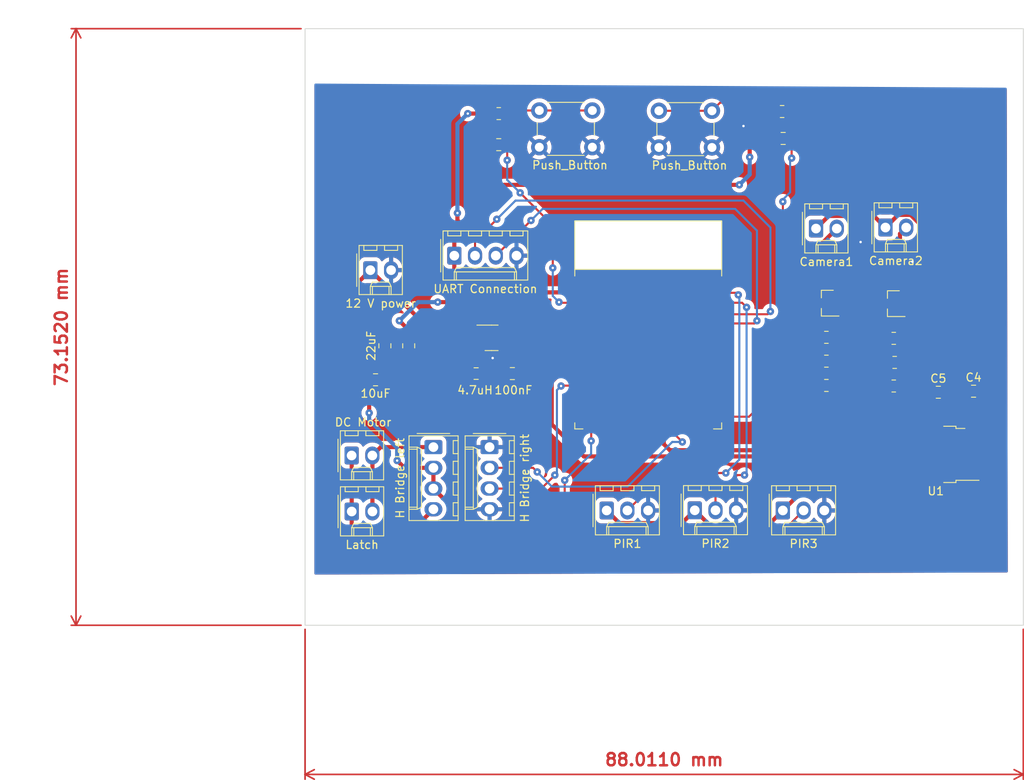
<source format=kicad_pcb>
(kicad_pcb (version 20221018) (generator pcbnew)
  (layers (0 "F.Cu" signal) (31 "B.Cu" signal) (34 "B.Paste" user) (35 "F.Paste" user) (36 "B.SilkS" user "B.Silkscreen") (37 "F.SilkS" user "F.Silkscreen") (38 "B.Mask" user) (39 "F.Mask" user) (44 "Edge.Cuts" user))
  (net 0 "")
  (net 1 "+3.3V")
  (net 2 "/12V Powercable")
  (net 3 "GND")
  (net 4 "Net-(U4-SW)")
  (net 5 "Net-(U4-BST)")
  (net 6 "/PIR Output1")
  (net 7 "/PIR Output2")
  (net 8 "/Camera1")
  (net 9 "/Camera2")
  (net 10 "/Motor Backward")
  (net 11 "/Motor Forward")
  (net 12 "Net-(J10-Pin_2)")
  (net 13 "Net-(J10-Pin_1)")
  (net 31 "/Enable")
  (net 40 "/PIR Output3")
  (net 41 "Net-(J11-Pin_3)")
  (net 42 "Net-(J11-Pin_2)")
  (net 43 "/IO0")
  (net 44 "+5V")
  (net 45 "Net-(J2-Pin_2)")
  (net 46 "Net-(Q1-G)")
  (net 47 "Net-(Q2-G)")
  (net 48 "Net-(R1-Pad1)")
  (net 49 "Net-(R4-Pad2)")
  (net 50 "Net-(J3-Pin_2)")
  (footprint "Capacitor_SMD:C_0805_2012Metric_Pad1.18x1.45mm_HandSolder" (layer "F.Cu") (at 146.558 86.868)
    (fp_text reference "C5" (at 0 -1.68) (layer "F.SilkS"))
    (fp_text value "10uF")
    (pad "1" smd roundrect (at -1.0375 0) (size 1.175 1.45) (layers "F.Cu" "F.Paste" "F.Mask") (roundrect_rratio 0.212766) (net 44 "+5V"))
    (pad "2" smd roundrect (at 1.0375 0) (size 1.175 1.45) (layers "F.Cu" "F.Paste" "F.Mask") (roundrect_rratio 0.212766) (net 3 "GND"))
  )
  (footprint "Connector_Molex:Molex_KK-254_AE-6410-04A_1x04_P2.54mm_Vertical" (layer "F.Cu") (at 87.249 70.124)
    (fp_text reference "J11" hide)
    (fp_text value "UART Connection" (at 3.81 4.08) (layer "F.SilkS"))
    (pad "1" thru_hole roundrect (at 0 0) (size 1.74 2.19) (drill 1.19) (layers "*.Cu" "*.Mask") (roundrect_rratio 0.1436781609) (net 1 "+3.3V"))
    (pad "2" thru_hole oval (at 2.54 0) (size 1.74 2.19) (drill 1.19) (layers "*.Cu" "*.Mask") (net 42 "Net-(J11-Pin_2)"))
    (pad "3" thru_hole oval (at 5.08 0) (size 1.74 2.19) (drill 1.19) (layers "*.Cu" "*.Mask") (net 41 "Net-(J11-Pin_3)"))
    (pad "4" thru_hole oval (at 7.62 0) (size 1.74 2.19) (drill 1.19) (layers "*.Cu" "*.Mask") (net 3 "GND"))
  )
  (footprint "Connector_Molex:Molex_KK-254_AE-6410-04A_1x04_P2.54mm_Vertical" (layer "F.Cu") (at 91.567 93.599 -90)
    (fp_text reference "J8" hide)
    (fp_text value "H Bridge right" (at 3.81 -4.318 90) (layer "F.SilkS"))
    (pad "1" thru_hole roundrect (at 0 0 270) (size 1.74 2.19) (drill 1.19) (layers "*.Cu" "*.Mask") (roundrect_rratio 0.1436781609) (net 3 "GND"))
    (pad "2" thru_hole oval (at 2.54 0 270) (size 1.74 2.19) (drill 1.19) (layers "*.Cu" "*.Mask") (net 10 "/Motor Backward"))
    (pad "3" thru_hole oval (at 5.08 0 270) (size 1.74 2.19) (drill 1.19) (layers "*.Cu" "*.Mask") (net 11 "/Motor Forward"))
    (pad "4" thru_hole oval (at 7.62 0 270) (size 1.74 2.19) (drill 1.19) (layers "*.Cu" "*.Mask") (net 3 "GND"))
  )
  (footprint "Connector_Molex:Molex_KK-254_AE-6410-04A_1x04_P2.54mm_Vertical" (layer "F.Cu") (at 84.689 93.599 -90)
    (fp_text reference "J7" hide)
    (fp_text value "H Bridge left" (at 3.81 4.08 90) (layer "F.SilkS"))
    (pad "1" thru_hole roundrect (at 0 0 270) (size 1.74 2.19) (drill 1.19) (layers "*.Cu" "*.Mask") (roundrect_rratio 0.1436781609) (net 12 "Net-(J10-Pin_2)"))
    (pad "2" thru_hole oval (at 2.54 0 270) (size 1.74 2.19) (drill 1.19) (layers "*.Cu" "*.Mask") (net 2 "/12V Powercable"))
    (pad "3" thru_hole oval (at 5.08 0 270) (size 1.74 2.19) (drill 1.19) (layers "*.Cu" "*.Mask") (net 2 "/12V Powercable"))
    (pad "4" thru_hole oval (at 7.62 0 270) (size 1.74 2.19) (drill 1.19) (layers "*.Cu" "*.Mask") (net 13 "Net-(J10-Pin_1)"))
  )
  (footprint "Resistor_SMD:R_0805_2012Metric_Pad1.20x1.40mm_HandSolder" (layer "F.Cu") (at 141.097 80.264)
    (fp_text reference "R6" hide)
    (fp_text value "Resistor")
    (pad "1" smd roundrect (at -1 0) (size 1.2 1.4) (layers "F.Cu" "F.Paste" "F.Mask") (roundrect_rratio 0.2083333333) (net 3 "GND"))
    (pad "2" smd roundrect (at 1 0) (size 1.2 1.4) (layers "F.Cu" "F.Paste" "F.Mask") (roundrect_rratio 0.2083333333) (net 47 "Net-(Q2-G)"))
  )
  (footprint "Capacitor_SMD:C_0805_2012Metric_Pad1.18x1.45mm_HandSolder" (layer "F.Cu") (at 77.597 85.344)
    (fp_text reference "C7" hide)
    (fp_text value "10uF" (at 0 1.68) (layer "F.SilkS"))
    (pad "1" smd roundrect (at -1.0375 0) (size 1.175 1.45) (layers "F.Cu" "F.Paste" "F.Mask") (roundrect_rratio 0.2127659574) (net 2 "/12V Powercable"))
    (pad "2" smd roundrect (at 1.0375 0) (size 1.175 1.45) (layers "F.Cu" "F.Paste" "F.Mask") (roundrect_rratio 0.2127659574) (net 3 "GND"))
  )
  (footprint "Resistor_SMD:R_0805_2012Metric_Pad1.20x1.40mm_HandSolder" (layer "F.Cu") (at 141.097 86.106)
    (fp_text reference "R4" hide)
    (fp_text value "Resistor")
    (pad "1" smd roundrect (at -1 0) (size 1.2 1.4) (layers "F.Cu" "F.Paste" "F.Mask") (roundrect_rratio 0.2083333333) (net 9 "/Camera2"))
    (pad "2" smd roundrect (at 1 0) (size 1.2 1.4) (layers "F.Cu" "F.Paste" "F.Mask") (roundrect_rratio 0.2083333333) (net 49 "Net-(R4-Pad2)"))
  )
  (footprint "Connector_Molex:Molex_KK-254_AE-6410-02A_1x02_P2.54mm_Vertical" (layer "F.Cu") (at 74.676 101.493)
    (fp_text reference "J4" hide)
    (fp_text value "Latch" (at 1.27 4.08) (layer "F.SilkS"))
    (pad "1" thru_hole roundrect (at 0 0) (size 1.74 2.19) (drill 1.19) (layers "*.Cu" "*.Mask") (roundrect_rratio 0.1436781609) (net 13 "Net-(J10-Pin_1)"))
    (pad "2" thru_hole oval (at 2.54 0) (size 1.74 2.19) (drill 1.19) (layers "*.Cu" "*.Mask") (net 12 "Net-(J10-Pin_2)"))
  )
  (footprint "Connector_Molex:Molex_KK-254_AE-6410-03A_1x03_P2.54mm_Vertical" (layer "F.Cu") (at 116.713 101.346)
    (fp_text reference "J5" hide)
    (fp_text value "PIR2" (at 2.54 4.08) (layer "F.SilkS"))
    (pad "1" thru_hole roundrect (at 0 0) (size 1.74 2.19) (drill 1.19) (layers "*.Cu" "*.Mask") (roundrect_rratio 0.1436781609) (net 44 "+5V"))
    (pad "2" thru_hole oval (at 2.54 0) (size 1.74 2.19) (drill 1.19) (layers "*.Cu" "*.Mask") (net 7 "/PIR Output2"))
    (pad "3" thru_hole oval (at 5.08 0) (size 1.74 2.19) (drill 1.19) (layers "*.Cu" "*.Mask") (net 3 "GND"))
  )
  (footprint "MountingHole:MountingHole_3.2mm_M3" (layer "F.Cu") (at 144.399 110.998)
    (fp_text reference "H4" hide)
    (fp_text value "MountingHole")
    (pad "" np_thru_hole circle (at 0 0) (size 3.2 3.2) (drill 3.2) (layers "*.Cu" "*.Mask"))
  )
  (footprint "Resistor_SMD:R_0805_2012Metric_Pad1.20x1.40mm_HandSolder" (layer "F.Cu") (at 132.842 80.137)
    (fp_text reference "R2" hide)
    (fp_text value "Resistor")
    (pad "1" smd roundrect (at -1 0) (size 1.2 1.4) (layers "F.Cu" "F.Paste" "F.Mask") (roundrect_rratio 0.2083333333) (net 3 "GND"))
    (pad "2" smd roundrect (at 1 0) (size 1.2 1.4) (layers "F.Cu" "F.Paste" "F.Mask") (roundrect_rratio 0.2083333333) (net 46 "Net-(Q1-G)"))
  )
  (footprint "Package_TO_SOT_SMD:SOT-23" (layer "F.Cu") (at 132.985 75.946 180)
    (fp_text reference "Q1" hide)
    (fp_text value "DMG3402L")
    (pad "1" smd rect (at -1 -0.95 180) (size 0.9 0.8) (layers "F.Cu" "F.Paste" "F.Mask") (net 46 "Net-(Q1-G)"))
    (pad "2" smd rect (at -1 0.95 180) (size 0.9 0.8) (layers "F.Cu" "F.Paste" "F.Mask") (net 3 "GND"))
    (pad "3" smd rect (at 1 0 180) (size 0.9 0.8) (layers "F.Cu" "F.Paste" "F.Mask") (net 45 "Net-(J2-Pin_2)"))
  )
  (footprint "Resistor_SMD:R_0805_2012Metric_Pad1.20x1.40mm_HandSolder" (layer "F.Cu") (at 92.694 52.705)
    (fp_text reference "R13" hide)
    (fp_text value "10K")
    (pad "1" smd roundrect (at -1 0) (size 1.2 1.4) (layers "F.Cu" "F.Paste" "F.Mask") (roundrect_rratio 0.208333) (net 1 "+3.3V"))
    (pad "2" smd roundrect (at 1 0) (size 1.2 1.4) (layers "F.Cu" "F.Paste" "F.Mask") (roundrect_rratio 0.208333) (net 31 "/Enable"))
  )
  (footprint "Connector_Molex:Molex_KK-254_AE-6410-03A_1x03_P2.54mm_Vertical" (layer "F.Cu") (at 127.508 101.366)
    (fp_text reference "J12" hide)
    (fp_text value "PIR3" (at 2.54 4.08) (layer "F.SilkS"))
    (pad "1" thru_hole roundrect (at 0 0) (size 1.74 2.19) (drill 1.19) (layers "*.Cu" "*.Mask") (roundrect_rratio 0.1436781609) (net 44 "+5V"))
    (pad "2" thru_hole oval (at 2.54 0) (size 1.74 2.19) (drill 1.19) (layers "*.Cu" "*.Mask") (net 40 "/PIR Output3"))
    (pad "3" thru_hole oval (at 5.08 0) (size 1.74 2.19) (drill 1.19) (layers "*.Cu" "*.Mask") (net 3 "GND"))
  )
  (footprint "Button_Switch_THT:SW_PUSH_6mm" (layer "F.Cu") (at 97.663 52.324)
    (fp_text reference "SW1" hide)
    (fp_text value "Push_Button" (at 3.75 6.7) (layer "F.SilkS"))
    (pad "1" thru_hole circle (at 0 0 90) (size 2 2) (drill 1.1) (layers "*.Cu" "*.Mask") (net 31 "/Enable"))
    (pad "1" thru_hole circle (at 6.5 0 90) (size 2 2) (drill 1.1) (layers "*.Cu" "*.Mask") (net 31 "/Enable"))
    (pad "2" thru_hole circle (at 0 4.5 90) (size 2 2) (drill 1.1) (layers "*.Cu" "*.Mask") (net 3 "GND"))
    (pad "2" thru_hole circle (at 6.5 4.5 90) (size 2 2) (drill 1.1) (layers "*.Cu" "*.Mask") (net 3 "GND"))
  )
  (footprint "MountingHole:MountingHole_3.2mm_M3" (layer "F.Cu") (at 150.241 45.72)
    (fp_text reference "H2" hide)
    (fp_text value "MountingHole")
    (pad "" np_thru_hole circle (at 0 0) (size 3.2 3.2) (drill 3.2) (layers "*.Cu" "*.Mask"))
  )
  (footprint "Package_TO_SOT_SMD:TO-252-2" (layer "F.Cu") (at 146.245 94.488 180)
    (fp_text reference "U1" (at 0 -4.5) (layer "F.SilkS"))
    (fp_text value "BD50FC0FP")
    (pad "1" smd rect (at -4.2 -2.28 180) (size 2.2 1.2) (layers "F.Cu" "F.Paste" "F.Mask") (net 2 "/12V Powercable"))
    (pad "2" smd rect (at 2.1 0 180) (size 6.4 5.8) (layers "F.Cu" "F.Mask") (net 3 "GND"))
    (pad "3" smd rect (at -4.2 2.28 180) (size 2.2 1.2) (layers "F.Cu" "F.Paste" "F.Mask") (net 44 "+5V"))
  )
  (footprint "MountingHole:MountingHole_3.2mm_M3" (layer "F.Cu") (at 77.724 45.72)
    (fp_text reference "H1" hide)
    (fp_text value "MountingHole")
    (pad "" np_thru_hole circle (at 0 0) (size 3.2 3.2) (drill 3.2) (layers "*.Cu" "*.Mask"))
  )
  (footprint "Inductor_SMD:L_0805_2012Metric_Pad1.15x1.40mm_HandSolder" (layer "F.Cu") (at 89.925 84.582 180)
    (fp_text reference "L3" hide)
    (fp_text value "4.7uH" (at 0.136 -2.032) (layer "F.SilkS"))
    (pad "1" smd roundrect (at -1.025 0 180) (size 1.15 1.4) (layers "F.Cu" "F.Paste" "F.Mask") (roundrect_rratio 0.2173913043) (net 5 "Net-(U4-BST)"))
    (pad "2" smd roundrect (at 1.025 0 180) (size 1.15 1.4) (layers "F.Cu" "F.Paste" "F.Mask") (roundrect_rratio 0.2173913043) (net 1 "+3.3V"))
  )
  (footprint "Connector_Molex:Molex_KK-254_AE-6410-03A_1x03_P2.54mm_Vertical" (layer "F.Cu") (at 105.918 101.366)
    (fp_text reference "J1" hide)
    (fp_text value "PIR1" (at 2.54 4.08) (layer "F.SilkS"))
    (pad "1" thru_hole roundrect (at 0 0) (size 1.74 2.19) (drill 1.19) (layers "*.Cu" "*.Mask") (roundrect_rratio 0.1436781609) (net 44 "+5V"))
    (pad "2" thru_hole oval (at 2.54 0) (size 1.74 2.19) (drill 1.19) (layers "*.Cu" "*.Mask") (net 6 "/PIR Output1"))
    (pad "3" thru_hole oval (at 5.08 0) (size 1.74 2.19) (drill 1.19) (layers "*.Cu" "*.Mask") (net 3 "GND"))
  )
  (footprint "MountingHole:MountingHole_3.2mm_M3" (layer "F.Cu") (at 77.851 111.633)
    (fp_text reference "H3" hide)
    (fp_text value "MountingHole" hide)
    (pad "" np_thru_hole circle (at 0 0) (size 3.2 3.2) (drill 3.2) (layers "*.Cu" "*.Mask"))
  )
  (footprint "Capacitor_SMD:C_0805_2012Metric_Pad1.18x1.45mm_HandSolder" (layer "F.Cu") (at 127.544 55.753 180)
    (fp_text reference "C3" hide)
    (fp_text value "1uF" hide)
    (pad "1" smd roundrect (at -1.0375 0 180) (size 1.175 1.45) (layers "F.Cu" "F.Paste" "F.Mask") (roundrect_rratio 0.212766) (net 43 "/IO0"))
    (pad "2" smd roundrect (at 1.0375 0 180) (size 1.175 1.45) (layers "F.Cu" "F.Paste" "F.Mask") (roundrect_rratio 0.212766) (net 3 "GND"))
  )
  (footprint "Resistor_SMD:R_0805_2012Metric_Pad1.20x1.40mm_HandSolder" (layer "F.Cu") (at 127.417 52.451)
    (fp_text reference "R14" hide)
    (fp_text value "10K")
    (pad "1" smd roundrect (at -1 0) (size 1.2 1.4) (layers "F.Cu" "F.Paste" "F.Mask") (roundrect_rratio 0.208333) (net 1 "+3.3V"))
    (pad "2" smd roundrect (at 1 0) (size 1.2 1.4) (layers "F.Cu" "F.Paste" "F.Mask") (roundrect_rratio 0.208333) (net 43 "/IO0"))
  )
  (footprint "Package_TO_SOT_SMD:SOT-23" (layer "F.Cu") (at 141.081 76.007 180)
    (fp_text reference "Q2" hide)
    (fp_text value "DMG3402L")
    (pad "1" smd rect (at -1 -0.95 180) (size 0.9 0.8) (layers "F.Cu" "F.Paste" "F.Mask") (net 47 "Net-(Q2-G)"))
    (pad "2" smd rect (at -1 0.95 180) (size 0.9 0.8) (layers "F.Cu" "F.Paste" "F.Mask") (net 3 "GND"))
    (pad "3" smd rect (at 1 0 180) (size 0.9 0.8) (layers "F.Cu" "F.Paste" "F.Mask") (net 50 "Net-(J3-Pin_2)"))
  )
  (footprint "PCM_Espressif:ESP32-S3-WROOM-1" (layer "F.Cu") (at 111.011 81.617)
    (fp_text reference "U2" hide)
    (fp_text value "ESP32-S3-WROOM-1")
    (pad "1" smd rect (at -8.75 -8.26) (size 1.5 0.9) (layers "F.Cu" "F.Paste" "F.Mask") (net 3 "GND"))
    (pad "2" smd rect (at -8.75 -6.99) (size 1.5 0.9) (layers "F.Cu" "F.Paste" "F.Mask") (net 1 "+3.3V"))
    (pad "3" smd rect (at -8.75 -5.72) (size 1.5 0.9) (layers "F.Cu" "F.Paste" "F.Mask") (net 31 "/Enable"))
    (pad "4" smd rect (at -8.75 -4.45) (size 1.5 0.9) (layers "F.Cu" "F.Paste" "F.Mask"))
    (pad "5" smd rect (at -8.75 -3.18) (size 1.5 0.9) (layers "F.Cu" "F.Paste" "F.Mask"))
    (pad "6" smd rect (at -8.75 -1.91) (size 1.5 0.9) (layers "F.Cu" "F.Paste" "F.Mask"))
    (pad "7" smd rect (at -8.75 -0.64) (size 1.5 0.9) (layers "F.Cu" "F.Paste" "F.Mask"))
    (pad "8" smd rect (at -8.75 0.63) (size 1.5 0.9) (layers "F.Cu" "F.Paste" "F.Mask"))
    (pad "9" smd rect (at -8.75 1.9) (size 1.5 0.9) (layers "F.Cu" "F.Paste" "F.Mask"))
    (pad "10" smd rect (at -8.75 3.17) (size 1.5 0.9) (layers "F.Cu" "F.Paste" "F.Mask") (net 9 "/Camera2"))
    (pad "11" smd rect (at -8.75 4.44) (size 1.5 0.9) (layers "F.Cu" "F.Paste" "F.Mask") (net 11 "/Motor Forward"))
    (pad "12" smd rect (at -8.75 5.71) (size 1.5 0.9) (layers "F.Cu" "F.Paste" "F.Mask"))
    (pad "13" smd rect (at -8.75 6.98) (size 1.5 0.9) (layers "F.Cu" "F.Paste" "F.Mask"))
    (pad "14" smd rect (at -8.75 8.25) (size 1.5 0.9) (layers "F.Cu" "F.Paste" "F.Mask"))
    (pad "15" smd rect (at -6.985 9.5 90) (size 1.5 0.9) (layers "F.Cu" "F.Paste" "F.Mask") (net 40 "/PIR Output3"))
    (pad "16" smd rect (at -5.715 9.5 90) (size 1.5 0.9) (layers "F.Cu" "F.Paste" "F.Mask"))
    (pad "17" smd rect (at -4.445 9.5 90) (size 1.5 0.9) (layers "F.Cu" "F.Paste" "F.Mask"))
    (pad "18" smd rect (at -3.175 9.5 90) (size 1.5 0.9) (layers "F.Cu" "F.Paste" "F.Mask"))
    (pad "19" smd rect (at -1.905 9.5 90) (size 1.5 0.9) (layers "F.Cu" "F.Paste" "F.Mask"))
    (pad "20" smd rect (at -0.635 9.5 90) (size 1.5 0.9) (layers "F.Cu" "F.Paste" "F.Mask"))
    (pad "21" smd rect (at 0.635 9.5 90) (size 1.5 0.9) (layers "F.Cu" "F.Paste" "F.Mask"))
    (pad "22" smd rect (at 1.905 9.5 90) (size 1.5 0.9) (layers "F.Cu" "F.Paste" "F.Mask") (net 8 "/Camera1"))
    (pad "23" smd rect (at 3.175 9.5 90) (size 1.5 0.9) (layers "F.Cu" "F.Paste" "F.Mask") (net 10 "/Motor Backward"))
    (pad "24" smd rect (at 4.445 9.5 90) (size 1.5 0.9) (layers "F.Cu" "F.Paste" "F.Mask"))
    (pad "25" smd rect (at 5.715 9.5 90) (size 1.5 0.9) (layers "F.Cu" "F.Paste" "F.Mask"))
    (pad "26" smd rect (at 6.985 9.5 90) (size 1.5 0.9) (layers "F.Cu" "F.Paste" "F.Mask"))
    (pad "27" smd rect (at 8.75 8.25 180) (size 1.5 0.9) (layers "F.Cu" "F.Paste" "F.Mask") (net 43 "/IO0"))
    (pad "28" smd rect (at 8.75 6.98 180) (size 1.5 0.9) (layers "F.Cu" "F.Paste" "F.Mask"))
    (pad "29" smd rect (at 8.75 5.71 180) (size 1.5 0.9) (layers "F.Cu" "F.Paste" "F.Mask"))
    (pad "30" smd rect (at 8.75 4.44 180) (size 1.5 0.9) (layers "F.Cu" "F.Paste" "F.Mask"))
    (pad "31" smd rect (at 8.75 3.17 180) (size 1.5 0.9) (layers "F.Cu" "F.Paste" "F.Mask"))
    (pad "32" smd rect (at 8.75 1.9 180) (size 1.5 0.9) (layers "F.Cu" "F.Paste" "F.Mask"))
    (pad "33" smd rect (at 8.75 0.63 180) (size 1.5 0.9) (layers "F.Cu" "F.Paste" "F.Mask"))
    (pad "34" smd rect (at 8.75 -0.64 180) (size 1.5 0.9) (layers "F.Cu" "F.Paste" "F.Mask"))
    (pad "35" smd rect (at 8.75 -1.91 180) (size 1.5 0.9) (layers "F.Cu" "F.Paste" "F.Mask"))
    (pad "36" smd rect (at 8.75 -3.18 180) (size 1.5 0.9) (layers "F.Cu" "F.Paste" "F.Mask") (net 41 "Net-(J11-Pin_3)"))
    (pad "37" smd rect (at 8.75 -4.45 180) (size 1.5 0.9) (layers "F.Cu" "F.Paste" "F.Mask") (net 42 "Net-(J11-Pin_2)"))
    (pad "38" smd rect (at 8.75 -5.72 180) (size 1.5 0.9) (layers "F.Cu" "F.Paste" "F.Mask") (net 7 "/PIR Output2"))
    (pad "39" smd rect (at 8.75 -6.99 180) (size 1.5 0.9) (layers "F.Cu" "F.Paste" "F.Mask") (net 6 "/PIR Output1"))
    (pad "40" smd rect (at 8.75 -8.26 180) (size 1.5 0.9) (layers "F.Cu" "F.Paste" "F.Mask") (net 3 "GND"))
    (pad "41" smd rect (at -2.9 -1.94 180) (size 0.9 0.9) (layers "F.Cu" "F.Paste" "F.Mask") (net 3 "GND"))
    (pad "41" smd rect (at -2.9 -0.54 180) (size 0.9 0.9) (layers "F.Cu" "F.Paste" "F.Mask") (net 3 "GND"))
    (pad "41" smd rect (at -2.9 0.86 180) (size 0.9 0.9) (layers "F.Cu" "F.Paste" "F.Mask") (net 3 "GND"))
    (pad "41" smd rect (at -2.9 0.86 180) (size 0.9 0.9) (layers "F.Cu" "F.Paste" "F.Mask") (net 3 "GND"))
    (pad "41" smd rect (at -1.5 -1.94 180) (size 0.9 0.9) (layers "F.Cu" "F.Paste" "F.Mask") (net 3 "GND"))
    (pad "41" smd rect (at -1.5 -1.94 180) (size 0.9 0.9) (layers "F.Cu" "F.Paste" "F.Mask") (net 3 "GND"))
    (pad "41" smd rect (at -1.5 -0.54 180) (size 0.9 0.9) (layers "F.Cu" "F.Paste" "F.Mask") (net 3 "GND"))
    (pad "41" smd rect (at -1.5 0.86 180) (size 0.9 0.9) (layers "F.Cu" "F.Paste" "F.Mask") (net 3 "GND"))
    (pad "41" smd rect (at -0.1 -1.94 180) (size 0.9 0.9) (layers "F.Cu" "F.Paste" "F.Mask") (net 3 "GND"))
    (pad "41" smd rect (at -0.1 -0.54 180) (size 0.9 0.9) (layers "F.Cu" "F.Paste" "F.Mask") (net 3 "GND"))
    (pad "41" smd rect (at -0.1 0.86 180) (size 0.9 0.9) (layers "F.Cu" "F.Paste" "F.Mask") (net 3 "GND"))
    (zone (net 0) (net_name "") (layers "*.Cu") (name "antenna keepout") (connect_pads (clearance 0)) (min_thickness 0.254)
      (keepout (tracks not_allowed) (vias not_allowed) (pads not_allowed) (copperpour not_allowed) (footprints not_allowed))
      (fill (thermal_gap 0.508) (thermal_bridge_width 0.508))
      (polygon (pts (xy 120.011 71.817) (xy 102.011 71.817) (xy 102.011 65.867) (xy 120.011 65.867)))
    )
  )
  (footprint "Connector_Molex:Molex_KK-254_AE-6410-02A_1x02_P2.54mm_Vertical" (layer "F.Cu") (at 140.081 66.675)
    (fp_text reference "J3" hide)
    (fp_text value "Camera2" (at 1.27 4.08) (layer "F.SilkS"))
    (pad "1" thru_hole roundrect (at 0 0) (size 1.74 2.19) (drill 1.19) (layers "*.Cu" "*.Mask") (roundrect_rratio 0.1436781609) (net 44 "+5V"))
    (pad "2" thru_hole oval (at 2.54 0) (size 1.74 2.19) (drill 1.19) (layers "*.Cu" "*.Mask") (net 50 "Net-(J3-Pin_2)"))
  )
  (footprint "Capacitor_SMD:C_0805_2012Metric_Pad1.18x1.45mm_HandSolder" (layer "F.Cu") (at 81.661 81.1745 -90)
    (fp_text reference "C1" hide)
    (fp_text value "22uF")
    (pad "1" smd roundrect (at -1.0375 0 270) (size 1.175 1.45) (layers "F.Cu" "F.Paste" "F.Mask") (roundrect_rratio 0.2127659574) (net 1 "+3.3V"))
    (pad "2" smd roundrect (at 1.0375 0 270) (size 1.175 1.45) (layers "F.Cu" "F.Paste" "F.Mask") (roundrect_rratio 0.2127659574) (net 3 "GND"))
  )
  (footprint "Capacitor_SMD:C_0805_2012Metric_Pad1.18x1.45mm_HandSolder" (layer "F.Cu") (at 94.361 84.582)
    (fp_text reference "C8" hide)
    (fp_text value "100nF" (at 0.127 2.032) (layer "F.SilkS"))
    (pad "1" smd roundrect (at -1.0375 0) (size 1.175 1.45) (layers "F.Cu" "F.Paste" "F.Mask") (roundrect_rratio 0.2127659574) (net 4 "Net-(U4-SW)"))
    (pad "2" smd roundrect (at 1.0375 0) (size 1.175 1.45) (layers "F.Cu" "F.Paste" "F.Mask") (roundrect_rratio 0.2127659574) (net 5 "Net-(U4-BST)"))
  )
  (footprint "Resistor_SMD:R_0805_2012Metric_Pad1.20x1.40mm_HandSolder" (layer "F.Cu") (at 132.842 83.058)
    (fp_text reference "R1" hide)
    (fp_text value "Resistor")
    (pad "1" smd roundrect (at -1 0) (size 1.2 1.4) (layers "F.Cu" "F.Paste" "F.Mask") (roundrect_rratio 0.2083333333) (net 48 "Net-(R1-Pad1)"))
    (pad "2" smd roundrect (at 1 0) (size 1.2 1.4) (layers "F.Cu" "F.Paste" "F.Mask") (roundrect_rratio 0.2083333333) (net 46 "Net-(Q1-G)"))
  )
  (footprint "Button_Switch_THT:SW_PUSH_6mm" (layer "F.Cu") (at 112.32 52.36)
    (fp_text reference "SW2" hide)
    (fp_text value "Push_Button" (at 3.75 6.7) (layer "F.SilkS"))
    (pad "1" thru_hole circle (at 0 0 90) (size 2 2) (drill 1.1) (layers "*.Cu" "*.Mask") (net 43 "/IO0"))
    (pad "1" thru_hole circle (at 6.5 0 90) (size 2 2) (drill 1.1) (layers "*.Cu" "*.Mask") (net 43 "/IO0"))
    (pad "2" thru_hole circle (at 0 4.5 90) (size 2 2) (drill 1.1) (layers "*.Cu" "*.Mask") (net 3 "GND"))
    (pad "2" thru_hole circle (at 6.5 4.5 90) (size 2 2) (drill 1.1) (layers "*.Cu" "*.Mask") (net 3 "GND"))
  )
  (footprint "Connector_Molex:Molex_KK-254_AE-6410-02A_1x02_P2.54mm_Vertical" (layer "F.Cu") (at 131.572 66.802)
    (fp_text reference "J2" hide)
    (fp_text value "Camera1" (at 1.27 4.08) (layer "F.SilkS"))
    (pad "1" thru_hole roundrect (at 0 0) (size 1.74 2.19) (drill 1.19) (layers "*.Cu" "*.Mask") (roundrect_rratio 0.1436781609) (net 44 "+5V"))
    (pad "2" thru_hole oval (at 2.54 0) (size 1.74 2.19) (drill 1.19) (layers "*.Cu" "*.Mask") (net 45 "Net-(J2-Pin_2)"))
  )
  (footprint "Connector_Molex:Molex_KK-254_AE-6410-02A_1x02_P2.54mm_Vertical" (layer "F.Cu") (at 76.962 71.902)
    (fp_text reference "J9" hide)
    (fp_text value "12 V power" (at 1.27 4.08) (layer "F.SilkS"))
    (pad "1" thru_hole roundrect (at 0 0) (size 1.74 2.19) (drill 1.19) (layers "*.Cu" "*.Mask") (roundrect_rratio 0.1436781609) (net 2 "/12V Powercable"))
    (pad "2" thru_hole oval (at 2.54 0) (size 1.74 2.19) (drill 1.19) (layers "*.Cu" "*.Mask") (net 3 "GND"))
  )
  (footprint "Capacitor_SMD:C_0805_2012Metric_Pad1.18x1.45mm_HandSolder" (layer "F.Cu") (at 92.694 56.515 180)
    (fp_text reference "C2" hide)
    (fp_text value "1uF")
    (pad "1" smd roundrect (at -1.0375 0 180) (size 1.175 1.45) (layers "F.Cu" "F.Paste" "F.Mask") (roundrect_rratio 0.212766) (net 31 "/Enable"))
    (pad "2" smd roundrect (at 1.0375 0 180) (size 1.175 1.45) (layers "F.Cu" "F.Paste" "F.Mask") (roundrect_rratio 0.212766) (net 3 "GND"))
  )
  (footprint "Resistor_SMD:R_0805_2012Metric_Pad1.20x1.40mm_HandSolder" (layer "F.Cu") (at 132.842 86.037)
    (fp_text reference "R3" hide)
    (fp_text value "Resistor")
    (pad "1" smd roundrect (at -1 0) (size 1.2 1.4) (layers "F.Cu" "F.Paste" "F.Mask") (roundrect_rratio 0.2083333333) (net 8 "/Camera1"))
    (pad "2" smd roundrect (at 1 0) (size 1.2 1.4) (layers "F.Cu" "F.Paste" "F.Mask") (roundrect_rratio 0.2083333333) (net 48 "Net-(R1-Pad1)"))
  )
  (footprint "Connector_Molex:Molex_KK-254_AE-6410-02A_1x02_P2.54mm_Vertical" (layer "F.Cu") (at 74.666 94.625)
    (fp_text reference "J10" hide)
    (fp_text value "DC Motor" (at 1.407 -4.074) (layer "F.SilkS"))
    (pad "1" thru_hole roundrect (at 0 0) (size 1.74 2.19) (drill 1.19) (layers "*.Cu" "*.Mask") (roundrect_rratio 0.1436781609) (net 13 "Net-(J10-Pin_1)"))
    (pad "2" thru_hole oval (at 2.54 0) (size 1.74 2.19) (drill 1.19) (layers "*.Cu" "*.Mask") (net 12 "Net-(J10-Pin_2)"))
  )
  (footprint "Capacitor_SMD:C_0805_2012Metric_Pad1.18x1.45mm_HandSolder" (layer "F.Cu") (at 150.876 86.741)
    (fp_text reference "C4" (at 0 -1.68) (layer "F.SilkS"))
    (fp_text value "10uF")
    (pad "1" smd roundrect (at -1.0375 0) (size 1.175 1.45) (layers "F.Cu" "F.Paste" "F.Mask") (roundrect_rratio 0.212766) (net 2 "/12V Powercable"))
    (pad "2" smd roundrect (at 1.0375 0) (size 1.175 1.45) (layers "F.Cu" "F.Paste" "F.Mask") (roundrect_rratio 0.212766) (net 3 "GND"))
  )
  (footprint "Package_TO_SOT_SMD:TSOT-23-6" (layer "F.Cu") (at 91.8155 80.198)
    (fp_text reference "U4" hide)
    (fp_text value "AP63203WU")
    (pad "1" smd roundrect (at -1.1375 -0.95) (size 1.325 0.6) (layers "F.Cu" "F.Paste" "F.Mask") (net 1 "+3.3V"))
    (pad "2" smd roundrect (at -1.1375 0) (size 1.325 0.6) (layers "F.Cu" "F.Paste" "F.Mask") (net 2 "/12V Powercable"))
    (pad "3" smd roundrect (at -1.1375 0.95) (size 1.325 0.6) (layers "F.Cu" "F.Paste" "F.Mask") (net 2 "/12V Powercable"))
    (pad "4" smd roundrect (at 1.1375 0.95) (size 1.325 0.6) (layers "F.Cu" "F.Paste" "F.Mask") (net 3 "GND"))
    (pad "5" smd roundrect (at 1.1375 0) (size 1.325 0.6) (layers "F.Cu" "F.Paste" "F.Mask") (net 4 "Net-(U4-SW)"))
    (pad "6" smd roundrect (at 1.1375 -0.95) (size 1.325 0.6) (layers "F.Cu" "F.Paste" "F.Mask") (net 5 "Net-(U4-BST)"))
  )
  (footprint "Capacitor_SMD:C_0805_2012Metric_Pad1.18x1.45mm_HandSolder" (layer "F.Cu") (at 78.74 81.1745 -90)
    (fp_text reference "C9" hide)
    (fp_text value "22uF" (at 0 1.68 90) (layer "F.SilkS"))
    (pad "1" smd roundrect (at -1.0375 0 270) (size 1.175 1.45) (layers "F.Cu" "F.Paste" "F.Mask") (roundrect_rratio 0.2127659574) (net 1 "+3.3V"))
    (pad "2" smd roundrect (at 1.0375 0 270) (size 1.175 1.45) (layers "F.Cu" "F.Paste" "F.Mask") (roundrect_rratio 0.2127659574) (net 3 "GND"))
  )
  (footprint "Resistor_SMD:R_0805_2012Metric_Pad1.20x1.40mm_HandSolder" (layer "F.Cu") (at 141.208 83.214)
    (fp_text reference "R5" hide)
    (fp_text value "Resistor")
    (pad "1" smd roundrect (at -1 0) (size 1.2 1.4) (layers "F.Cu" "F.Paste" "F.Mask") (roundrect_rratio 0.2083333333) (net 49 "Net-(R4-Pad2)"))
    (pad "2" smd roundrect (at 1 0) (size 1.2 1.4) (layers "F.Cu" "F.Paste" "F.Mask") (roundrect_rratio 0.2083333333) (net 47 "Net-(Q2-G)"))
  )
  (gr_rect (start 68.961 42.291) (end 156.972 115.443) (stroke (width 0.1)) (fill none) (layer "Edge.Cuts"))
  (gr_text "Dog Door V3\n2023-10-29\nTeam 2\n" (at 138.049 57.277) (layer "F.Cu") (effects (font (size 1.5 1.5) (thickness 0.3) bold) (justify left bottom)))
  (dimension (type aligned) (layer "F.Cu") (pts (xy 68.961 115.443) (xy 156.972 115.443)) (height 18.287999) (gr_text "88.0110 mm" (at 112.9665 131.930999) (layer "F.Cu") (effects (font (size 1.5 1.5) (thickness 0.3)))) (format (prefix "") (suffix "") (units 3) (units_format 1) (precision 4)) (style (thickness 0.2) (arrow_length 1.27) (text_position_mode 0) (extension_height 0.58642) (extension_offset 0.5) keep_text_aligned))
  (dimension (type aligned) (layer "F.Cu") (pts (xy 68.961 42.291) (xy 68.961 115.443)) (height 28.066999) (gr_text "73.1520 mm" (at 39.094001 78.867 90) (layer "F.Cu") (effects (font (size 1.5 1.5) (thickness 0.3)))) (format (prefix "") (suffix "") (units 3) (units_format 1) (precision 4)) (style (thickness 0.2) (arrow_length 1.27) (text_position_mode 0) (extension_height 0.58642) (extension_offset 0.5) keep_text_aligned))
  (segment (start 87.249 75.819) (end 90.678 79.248) (width 0.508) (layer "F.Cu") (net 1))
  (segment (start 85.1535 81.0895) (end 88.646 84.582) (width 0.508) (layer "F.Cu") (net 1))
  (segment (start 126.417 52.741) (end 123.444 55.714) (width 0.508) (layer "F.Cu") (net 1))
  (segment (start 88.3285 66.4845) (end 87.63 65.786) (width 0.508) (layer "F.Cu") (net 1))
  (segment (start 87.249 70.124) (end 87.249 75.819) (width 0.508) (layer "F.Cu") (net 1))
  (segment (start 81.661 80.137) (end 81.661 79.248) (width 0.508) (layer "F.Cu") (net 1))
  (segment (start 93.3735 61.4395) (end 88.3285 66.4845) (width 0.508) (layer "F.Cu") (net 1))
  (segment (start 81.661 80.137) (end 78.74 80.137) (width 0.508) (layer "F.Cu") (net 1))
  (segment (start 88.9 52.705) (end 91.694 52.705) (width 0.508) (layer "F.Cu") (net 1))
  (segment (start 122.174 61.4395) (end 93.3735 61.4395) (width 0.508) (layer "F.Cu") (net 1))
  (segment (start 88.646 84.582) (end 88.9 84.582) (width 0.508) (layer "F.Cu") (net 1))
  (segment (start 85.217 75.819) (end 87.249 75.819) (width 0.508) (layer "F.Cu") (net 1))
  (segment (start 87.249 67.564) (end 88.3285 66.4845) (width 0.508) (layer "F.Cu") (net 1))
  (segment (start 95.299 74.627) (end 102.261 74.627) (width 0.508) (layer "F.Cu") (net 1))
  (segment (start 85.1535 81.0895) (end 82.6135 81.0895) (width 0.508) (layer "F.Cu") (net 1))
  (segment (start 87.249 70.124) (end 87.249 67.564) (width 0.508) (layer "F.Cu") (net 1))
  (segment (start 82.6135 81.0895) (end 81.661 80.137) (width 0.508) (layer "F.Cu") (net 1))
  (segment (start 81.661 79.248) (end 80.518 78.105) (width 0.508) (layer "F.Cu") (net 1))
  (segment (start 90.678 79.248) (end 95.299 74.627) (width 0.508) (layer "F.Cu") (net 1))
  (segment (start 87.63 65.786) (end 87.63 64.897) (width 0.508) (layer "F.Cu") (net 1))
  (segment (start 123.444 55.714) (end 123.444 58.039) (width 0.508) (layer "F.Cu") (net 1))
  (via (at 122.174 61.4395) (size 0.9) (drill 0.3) (layers "F.Cu" "B.Cu") (net 1))
  (via (at 87.63 64.897) (size 0.9) (drill 0.3) (layers "F.Cu" "B.Cu") (net 1))
  (via (at 123.444 58.039) (size 0.9) (drill 0.3) (layers "F.Cu" "B.Cu") (net 1))
  (via (at 88.9 52.705) (size 0.9) (drill 0.3) (layers "F.Cu" "B.Cu") (net 1))
  (via (at 80.518 78.105) (size 0.9) (drill 0.3) (layers "F.Cu" "B.Cu") (net 1))
  (via (at 85.217 75.819) (size 0.9) (drill 0.3) (layers "F.Cu" "B.Cu") (net 1))
  (segment (start 122.174 61.4395) (end 123.444 60.1695) (width 0.508) (layer "B.Cu") (net 1))
  (segment (start 88.9 52.705) (end 87.63 53.975) (width 0.508) (layer "B.Cu") (net 1))
  (segment (start 87.63 53.975) (end 87.63 64.897) (width 0.508) (layer "B.Cu") (net 1))
  (segment (start 82.804 75.819) (end 85.217 75.819) (width 0.508) (layer "B.Cu") (net 1))
  (segment (start 80.518 78.105) (end 82.804 75.819) (width 0.508) (layer "B.Cu") (net 1))
  (segment (start 123.444 60.1695) (end 123.444 58.039) (width 0.508) (layer "B.Cu") (net 1))
  (segment (start 80.244 95.25) (end 81.133 96.139) (width 0.508) (layer "F.Cu") (net 2))
  (segment (start 84.689 96.139) (end 84.689 98.679) (width 0.508) (layer "F.Cu") (net 2))
  (segment (start 149.8385 86.741) (end 151.999 88.9015) (width 0.508) (layer "F.Cu") (net 2))
  (segment (start 81.133 96.139) (end 84.689 96.139) (width 0.508) (layer "F.Cu") (net 2))
  (segment (start 151.999 88.9015) (end 151.999 95.214) (width 0.508) (layer "F.Cu") (net 2))
  (segment (start 90.678 80.198) (end 90.678 81.148) (width 0.508) (layer "F.Cu") (net 2))
  (segment (start 76.962 71.902) (end 85.258 80.198) (width 0.508) (layer "F.Cu") (net 2))
  (segment (start 93.198 107.188) (end 84.689 98.679) (width 0.508) (layer "F.Cu") (net 2))
  (segment (start 74.93 73.934) (end 74.93 83.7115) (width 0.508) (layer "F.Cu") (net 2))
  (segment (start 76.5595 85.344) (end 74.9285 83.713) (width 0.508) (layer "F.Cu") (net 2))
  (segment (start 85.258 80.198) (end 90.678 80.198) (width 0.508) (layer "F.Cu") (net 2))
  (segment (start 76.962 71.902) (end 74.93 73.934) (width 0.508) (layer "F.Cu") (net 2))
  (segment (start 140.025 107.188) (end 93.198 107.188) (width 0.508) (layer "F.Cu") (net 2))
  (segment (start 150.445 96.768) (end 140.025 107.188) (width 0.508) (layer "F.Cu") (net 2))
  (segment (start 151.999 95.214) (end 150.445 96.768) (width 0.508) (layer "F.Cu") (net 2))
  (segment (start 74.9285 83.713) (end 74.93 83.7115) (width 0.508) (layer "F.Cu") (net 2))
  (segment (start 76.8135 89.408) (end 76.8135 86.106) (width 0.508) (layer "F.Cu") (net 2))
  (via (at 80.244 95.25) (size 0.9) (drill 0.3) (layers "F.Cu" "B.Cu") (net 2))
  (via (at 76.8135 89.408) (size 0.9) (drill 0.3) (layers "F.Cu" "B.Cu") (net 2))
  (segment (start 76.8135 90.2755) (end 76.8135 89.408) (width 0.508) (layer "B.Cu") (net 2))
  (segment (start 80.244 93.706) (end 76.8135 90.2755) (width 0.508) (layer "B.Cu") (net 2))
  (segment (start 80.244 95.25) (end 80.244 93.706) (width 0.508) (layer "B.Cu") (net 2))
  (via (at 122.682 54.229) (size 0.9) (drill 0.3) (layers "F.Cu" "B.Cu") (net 3))
  (via (at 143.383 70.866) (size 0.9) (drill 0.3) (layers "F.Cu" "B.Cu") (net 3))
  (via (at 137.033 68.453) (size 0.9) (drill 0.3) (layers "F.Cu" "B.Cu") (net 3))
  (via (at 91.948 82.677) (size 0.9) (drill 0.3) (layers "F.Cu" "B.Cu") (net 3))
  (segment (start 94.041 80.198) (end 95.377 81.534) (width 0.508) (layer "F.Cu") (net 4))
  (segment (start 92.953 80.198) (end 94.041 80.198) (width 0.508) (layer "F.Cu") (net 4))
  (segment (start 95.377 81.534) (end 95.377 82.5285) (width 0.508) (layer "F.Cu") (net 4))
  (segment (start 95.377 82.5285) (end 93.3235 84.582) (width 0.508) (layer "F.Cu") (net 4))
  (segment (start 97.0495 82.931) (end 95.3985 84.582) (width 0.508) (layer "F.Cu") (net 5))
  (segment (start 97.0495 80.6665) (end 97.0495 82.931) (width 0.508) (layer "F.Cu") (net 5))
  (segment (start 92.129 85.761) (end 94.2195 85.761) (width 0.508) (layer "F.Cu") (net 5))
  (segment (start 94.2195 85.761) (end 95.3985 84.582) (width 0.508) (layer "F.Cu") (net 5))
  (segment (start 95.631 79.248) (end 97.0495 80.6665) (width 0.508) (layer "F.Cu") (net 5))
  (segment (start 90.95 84.582) (end 92.129 85.761) (width 0.508) (layer "F.Cu") (net 5))
  (segment (start 92.953 79.248) (end 95.631 79.248) (width 0.508) (layer "F.Cu") (net 5))
  (segment (start 112.903 99.314) (end 110.51 99.314) (width 0.254) (layer "F.Cu") (net 6))
  (segment (start 121.793 74.676) (end 119.81 74.676) (width 0.254) (layer "F.Cu") (net 6))
  (segment (start 122.047 74.93) (end 121.793 74.676) (width 0.254) (layer "F.Cu") (net 6))
  (segment (start 115.443 96.774) (end 112.903 99.314) (width 0.254) (layer "F.Cu") (net 6))
  (segment (start 119.81 74.676) (end 119.761 74.627) (width 0.254) (layer "F.Cu") (net 6))
  (segment (start 120.523 96.774) (end 115.443 96.774) (width 0.254) (layer "F.Cu") (net 6))
  (segment (start 110.51 99.314) (end 108.458 101.366) (width 0.254) (layer "F.Cu") (net 6))
  (via (at 122.047 74.93) (size 0.9) (drill 0.3) (layers "F.Cu" "B.Cu") (net 6))
  (via (at 120.523 96.774) (size 0.9) (drill 0.3) (layers "F.Cu" "B.Cu") (net 6))
  (segment (start 120.523 96.774) (end 122.174 95.123) (width 0.254) (layer "B.Cu") (net 6))
  (segment (start 122.174 75.057) (end 122.047 74.93) (width 0.254) (layer "B.Cu") (net 6))
  (segment (start 122.174 95.123) (end 122.174 75.057) (width 0.254) (layer "B.Cu") (net 6))
  (segment (start 122.809 97.028) (end 121.92 97.028) (width 0.254) (layer "F.Cu") (net 7))
  (segment (start 121.92 97.028) (end 119.253 99.695) (width 0.254) (layer "F.Cu") (net 7))
  (segment (start 123.063 76.454) (end 122.506 75.897) (width 0.254) (layer "F.Cu") (net 7))
  (segment (start 119.253 99.695) (end 119.253 101.132) (width 0.254) (layer "F.Cu") (net 7))
  (segment (start 122.506 75.897) (end 119.761 75.897) (width 0.254) (layer "F.Cu") (net 7))
  (via (at 122.809 97.028) (size 0.9) (drill 0.3) (layers "F.Cu" "B.Cu") (net 7))
  (via (at 123.063 76.454) (size 0.9) (drill 0.3) (layers "F.Cu" "B.Cu") (net 7))
  (segment (start 123.063 96.774) (end 123.063 76.454) (width 0.254) (layer "B.Cu") (net 7))
  (segment (start 122.809 97.028) (end 123.063 96.774) (width 0.254) (layer "B.Cu") (net 7))
  (segment (start 113.665 93.98) (end 112.916 93.231) (width 0.508) (layer "F.Cu") (net 8))
  (segment (start 125.296 93.98) (end 113.665 93.98) (width 0.508) (layer "F.Cu") (net 8))
  (segment (start 112.916 93.231) (end 112.916 91.117) (width 0.508) (layer "F.Cu") (net 8))
  (segment (start 131.842 87.434) (end 125.296 93.98) (width 0.508) (layer "F.Cu") (net 8))
  (segment (start 131.842 86.037) (end 131.842 87.434) (width 0.508) (layer "F.Cu") (net 8))
  (segment (start 103.124 94.742) (end 132.858 94.742) (width 0.508) (layer "F.Cu") (net 9))
  (segment (start 99.187 90.805) (end 103.124 94.742) (width 0.508) (layer "F.Cu") (net 9))
  (segment (start 132.858 94.742) (end 140.097 87.503) (width 0.508) (layer "F.Cu") (net 9))
  (segment (start 99.187 85.598) (end 99.187 90.805) (width 0.508) (layer "F.Cu") (net 9))
  (segment (start 140.097 87.503) (end 140.097 86.106) (width 0.508) (layer "F.Cu") (net 9))
  (segment (start 102.261 84.787) (end 99.998 84.787) (width 0.508) (layer "F.Cu") (net 9))
  (segment (start 99.998 84.787) (end 99.187 85.598) (width 0.508) (layer "F.Cu") (net 9))
  (segment (start 114.186 91.961) (end 114.186 91.117) (width 0.254) (layer "F.Cu") (net 10))
  (segment (start 115.189 92.964) (end 114.186 91.961) (width 0.254) (layer "F.Cu") (net 10))
  (segment (start 97.409 96.647) (end 96.901 96.139) (width 0.254) (layer "F.Cu") (net 10))
  (segment (start 96.901 96.139) (end 91.567 96.139) (width 0.254) (layer "F.Cu") (net 10))
  (via (at 97.409 96.647) (size 0.9) (drill 0.3) (layers "F.Cu" "B.Cu") (net 10))
  (via (at 115.189 92.964) (size 0.9) (drill 0.3) (layers "F.Cu" "B.Cu") (net 10))
  (segment (start 115.189 92.964) (end 113.9545 92.964) (width 0.254) (layer "B.Cu") (net 10))
  (segment (start 108.477629 98.440871) (end 99.202871 98.440871) (width 0.254) (layer "B.Cu") (net 10))
  (segment (start 99.202871 98.440871) (end 97.409 96.647) (width 0.254) (layer "B.Cu") (net 10))
  (segment (start 113.9545 92.964) (end 108.477629 98.440871) (width 0.254) (layer "B.Cu") (net 10))
  (segment (start 99.568 97.028) (end 97.917 98.679) (width 0.254) (layer "F.Cu") (net 11))
  (segment (start 100.379 86.057) (end 102.261 86.057) (width 0.254) (layer "F.Cu") (net 11))
  (segment (start 100.33 86.106) (end 100.379 86.057) (width 0.254) (layer "F.Cu") (net 11))
  (segment (start 97.917 98.679) (end 91.567 98.679) (width 0.254) (layer "F.Cu") (net 11))
  (via (at 100.33 86.106) (size 0.9) (drill 0.3) (layers "F.Cu" "B.Cu") (net 11))
  (via (at 99.568 97.028) (size 0.9) (drill 0.3) (layers "F.Cu" "B.Cu") (net 11))
  (segment (start 99.822 96.774) (end 99.568 97.028) (width 0.254) (layer "B.Cu") (net 11))
  (segment (start 99.822 86.614) (end 99.822 96.774) (width 0.254) (layer "B.Cu") (net 11))
  (segment (start 100.33 86.106) (end 99.822 86.614) (width 0.254) (layer "B.Cu") (net 11))
  (segment (start 77.216 94.635) (end 77.206 94.625) (width 0.508) (layer "F.Cu") (net 12))
  (segment (start 77.206 94.625) (end 78.232 93.599) (width 0.508) (layer "F.Cu") (net 12))
  (segment (start 77.216 101.493) (end 77.216 94.635) (width 0.508) (layer "F.Cu") (net 12))
  (segment (start 78.232 93.599) (end 84.689 93.599) (width 0.508) (layer "F.Cu") (net 12))
  (segment (start 81.959 103.949) (end 74.866 103.949) (width 0.508) (layer "F.Cu") (net 13))
  (segment (start 74.676 101.493) (end 74.676 94.635) (width 0.508) (layer "F.Cu") (net 13))
  (segment (start 74.866 103.949) (end 74.676 103.759) (width 0.508) (layer "F.Cu") (net 13))
  (segment (start 74.676 94.635) (end 74.666 94.625) (width 0.508) (layer "F.Cu") (net 13))
  (segment (start 74.676 103.759) (end 74.676 101.493) (width 0.508) (layer "F.Cu") (net 13))
  (segment (start 84.689 101.219) (end 81.959 103.949) (width 0.508) (layer "F.Cu") (net 13))
  (segment (start 100.076 75.819) (end 100.154 75.897) (width 0.25) (layer "F.Cu") (net 31))
  (segment (start 100.154 75.897) (end 102.261 75.897) (width 0.25) (layer "F.Cu") (net 31))
  (segment (start 94.075 52.324) (end 97.663 52.324) (width 0.25) (layer "F.Cu") (net 31))
  (segment (start 93.694 56.4775) (end 93.7315 56.515) (width 0.25) (layer "F.Cu") (net 31))
  (segment (start 93.7315 56.515) (end 93.7315 58.4145) (width 0.25) (layer "F.Cu") (net 31))
  (segment (start 99.314 66.421) (end 99.314 71.628) (width 0.25) (layer "F.Cu") (net 31))
  (segment (start 93.7315 58.4145) (end 93.726 58.42) (width 0.25) (layer "F.Cu") (net 31))
  (segment (start 93.694 52.705) (end 94.075 52.324) (width 0.25) (layer "F.Cu") (net 31))
  (segment (start 93.694 52.705) (end 93.694 56.4775) (width 0.25) (layer "F.Cu") (net 31))
  (segment (start 97.663 52.324) (end 104.163 52.324) (width 0.25) (layer "F.Cu") (net 31))
  (segment (start 95.3135 62.4205) (end 99.314 66.421) (width 0.25) (layer "F.Cu") (net 31))
  (via (at 99.314 71.628) (size 0.9) (drill 0.3) (layers "F.Cu" "B.Cu") (net 31))
  (via (at 93.726 58.42) (size 0.9) (drill 0.3) (layers "F.Cu" "B.Cu") (net 31))
  (via (at 95.3135 62.4205) (size 0.9) (drill 0.3) (layers "F.Cu" "B.Cu") (net 31))
  (via (at 100.076 75.819) (size 0.9) (drill 0.3) (layers "F.Cu" "B.Cu") (net 31))
  (segment (start 95.3135 62.4205) (end 93.726 60.833) (width 0.25) (layer "B.Cu") (net 31))
  (segment (start 93.726 60.833) (end 93.726 58.42) (width 0.25) (layer "B.Cu") (net 31))
  (segment (start 100.076 75.819) (end 99.314 75.057) (width 0.25) (layer "B.Cu") (net 31))
  (segment (start 99.314 75.057) (end 99.314 71.628) (width 0.25) (layer "B.Cu") (net 31))
  (segment (start 130.048 101.366) (end 130.048 100.858) (width 0.254) (layer "F.Cu") (net 40))
  (segment (start 100.77496 101.79096) (end 105.156 106.172) (width 0.254) (layer "F.Cu") (net 40))
  (segment (start 104.026 91.117) (end 104.026 92.824) (width 0.254) (layer "F.Cu") (net 40))
  (segment (start 105.156 106.172) (end 125.242 106.172) (width 0.254) (layer "F.Cu") (net 40))
  (segment (start 104.026 92.824) (end 104.013 92.837) (width 0.254) (layer "F.Cu") (net 40))
  (segment (start 100.774839 97.663871) (end 100.77496 97.663992) (width 0.254) (layer "F.Cu") (net 40))
  (segment (start 100.77496 97.663992) (end 100.77496 101.79096) (width 0.254) (layer "F.Cu") (net 40))
  (segment (start 125.242 106.172) (end 130.048 101.366) (width 0.254) (layer "F.Cu") (net 40))
  (via (at 104.013 92.837) (size 0.9) (drill 0.3) (layers "F.Cu" "B.Cu") (net 40))
  (via (at 100.774839 97.663871) (size 0.9) (drill 0.3) (layers "F.Cu" "B.Cu") (net 40))
  (segment (start 100.774839 97.663871) (end 104.013 94.42571) (width 0.254) (layer "B.Cu") (net 40))
  (segment (start 104.013 94.42571) (end 104.013 92.837) (width 0.254) (layer "B.Cu") (net 40))
  (segment (start 96.647 65.786) (end 96.647 65.806) (width 0.254) (layer "F.Cu") (net 41))
  (segment (start 92.329 70.124) (end 96.647 65.806) (width 0.254) (layer "F.Cu") (net 41))
  (segment (start 124.333 78.105) (end 124.001 78.437) (width 0.254) (layer "F.Cu") (net 41))
  (segment (start 124.001 78.437) (end 119.761 78.437) (width 0.254) (layer "F.Cu") (net 41))
  (via (at 124.333 78.105) (size 0.9) (drill 0.3) (layers "F.Cu" "B.Cu") (net 41))
  (via (at 96.647 65.806) (size 0.9) (drill 0.3) (layers "F.Cu" "B.Cu") (net 41))
  (segment (start 98.064 64.389) (end 96.647 65.806) (width 0.254) (layer "B.Cu") (net 41))
  (segment (start 121.666 64.389) (end 98.064 64.389) (width 0.254) (layer "B.Cu") (net 41))
  (segment (start 124.333 78.105) (end 124.333 67.056) (width 0.254) (layer "B.Cu") (net 41))
  (segment (start 124.333 67.056) (end 121.666 64.389) (width 0.254) (layer "B.Cu") (net 41))
  (segment (start 125.638 77.308) (end 119.902 77.308) (width 0.254) (layer "F.Cu") (net 42))
  (segment (start 89.789 68.326) (end 92.456 65.659) (width 0.254) (layer "F.Cu") (net 42))
  (segment (start 125.984 76.962) (end 125.638 77.308) (width 0.254) (layer "F.Cu") (net 42))
  (segment (start 89.789 70.124) (end 89.789 68.326) (width 0.254) (layer "F.Cu") (net 42))
  (segment (start 119.902 77.308) (end 119.761 77.167) (width 0.254) (layer "F.Cu") (net 42))
  (via (at 125.984 76.962) (size 0.9) (drill 0.3) (layers "F.Cu" "B.Cu") (net 42))
  (via (at 92.456 65.659) (size 0.9) (drill 0.3) (layers "F.Cu" "B.Cu") (net 42))
  (segment (start 125.984 66.675) (end 122.682 63.373) (width 0.254) (layer "B.Cu") (net 42))
  (segment (start 94.742 63.373) (end 92.456 65.659) (width 0.254) (layer "B.Cu") (net 42))
  (segment (start 125.984 76.962) (end 125.984 66.675) (width 0.254) (layer "B.Cu") (net 42))
  (segment (start 122.682 63.373) (end 94.742 63.373) (width 0.254) (layer "B.Cu") (net 42))
  (segment (start 128.417 52.451) (end 128.417 55.5885) (width 0.254) (layer "F.Cu") (net 43))
  (segment (start 127.508 63.5) (end 127.508 85.725) (width 0.25) (layer "F.Cu") (net 43))
  (segment (start 128.5815 55.753) (end 128.5815 58.166) (width 0.254) (layer "F.Cu") (net 43))
  (segment (start 127.508 85.725) (end 123.366 89.867) (width 0.25) (layer "F.Cu") (net 43))
  (segment (start 119.82 51.36) (end 127.326 51.36) (width 0.25) (layer "F.Cu") (net 43))
  (segment (start 123.366 89.867) (end 119.761 89.867) (width 0.25) (layer "F.Cu") (net 43))
  (segment (start 118.82 52.36) (end 119.82 51.36) (width 0.25) (layer "F.Cu") (net 43))
  (segment (start 128.417 55.5885) (end 128.5815 55.753) (width 0.254) (layer "F.Cu") (net 43))
  (segment (start 112.32 52.36) (end 118.82 52.36) (width 0.25) (layer "F.Cu") (net 43))
  (segment (start 127.326 51.36) (end 128.417 52.451) (width 0.25) (layer "F.Cu") (net 43))
  (via (at 128.5815 58.166) (size 0.9) (drill 0.3) (layers "F.Cu" "B.Cu") (net 43))
  (via (at 127.508 63.5) (size 0.9) (drill 0.3) (layers "F.Cu" "B.Cu") (net 43))
  (segment (start 128.5815 58.166) (end 128.397 58.3505) (width 0.25) (layer "B.Cu") (net 43))
  (segment (start 128.397 58.3505) (end 128.397 62.357) (width 0.25) (layer "B.Cu") (net 43))
  (segment (start 127.508 63.246) (end 127.508 63.5) (width 0.25) (layer "B.Cu") (net 43))
  (segment (start 128.397 62.357) (end 127.508 63.246) (width 0.25) (layer "B.Cu") (net 43))
  (segment (start 107.467 102.915) (end 115.144 102.915) (width 0.508) (layer "F.Cu") (net 44))
  (segment (start 145.5205 87.2835) (end 150.445 92.208) (width 0.508) (layer "F.Cu") (net 44))
  (segment (start 141.2545 91.134) (end 137.74 91.134) (width 0.508) (layer "F.Cu") (net 44))
  (segment (start 141.63 65.126) (end 140.081 66.675) (width 0.508) (layer "F.Cu") (net 44))
  (segment (start 138.659 65.253) (end 133.121 65.253) (width 0.508) (layer "F.Cu") (net 44))
  (segment (start 125.496 103.378) (end 127.508 101.366) (width 0.508) (layer "F.Cu") (net 44))
  (segment (start 137.74 91.134) (end 128.008632 100.865368) (width 0.508) (layer "F.Cu") (net 44))
  (segment (start 118.745 103.378) (end 125.496 103.378) (width 0.508) (layer "F.Cu") (net 44))
  (segment (start 143.169419 65.126) (end 141.63 65.126) (width 0.508) (layer "F.Cu") (net 44))
  (segment (start 105.918 101.366) (end 107.467 102.915) (width 0.508) (layer "F.Cu") (net 44))
  (segment (start 145.5205 67.477081) (end 143.169419 65.126) (width 0.508) (layer "F.Cu") (net 44))
  (segment (start 145.5205 86.868) (end 141.2545 91.134) (width 0.508) (layer "F.Cu") (net 44))
  (segment (start 145.5205 86.868) (end 145.5205 67.477081) (width 0.508) (layer "F.Cu") (net 44))
  (segment (start 140.081 66.675) (end 138.659 65.253) (width 0.508) (layer "F.Cu") (net 44))
  (segment (start 145.5205 86.868) (end 145.5205 87.2835) (width 0.508) (layer "F.Cu") (net 44))
  (segment (start 115.144 102.915) (end 116.713 101.346) (width 0.508) (layer "F.Cu") (net 44))
  (segment (start 116.713 101.346) (end 118.745 103.378) (width 0.508) (layer "F.Cu") (net 44))
  (segment (start 133.121 65.253) (end 131.572 66.802) (width 0.508) (layer "F.Cu") (net 44))
  (segment (start 131.985 68.929) (end 134.112 66.802) (width 0.508) (layer "F.Cu") (net 45))
  (segment (start 131.985 75.946) (end 131.985 68.929) (width 0.508) (layer "F.Cu") (net 45))
  (segment (start 133.842 83.087) (end 133.842 82.947) (width 0.508) (layer "F.Cu") (net 46))
  (segment (start 133.842 82.947) (end 133.858 82.931) (width 0.508) (layer "F.Cu") (net 46))
  (segment (start 133.842 77.039) (end 133.985 76.896) (width 0.508) (layer "F.Cu") (net 46))
  (segment (start 133.842 80.137) (end 133.842 77.039) (width 0.508) (layer "F.Cu") (net 46))
  (segment (start 133.842 83.058) (end 133.842 80.137) (width 0.508) (layer "F.Cu") (net 46))
  (segment (start 142.208 80.375) (end 142.097 80.264) (width 0.508) (layer "F.Cu") (net 47))
  (segment (start 142.208 83.214) (end 142.208 80.375) (width 0.508) (layer "F.Cu") (net 47))
  (segment (start 142.097 76.973) (end 142.081 76.957) (width 0.508) (layer "F.Cu") (net 47))
  (segment (start 142.097 80.264) (end 142.097 76.973) (width 0.508) (layer "F.Cu") (net 47))
  (segment (start 133.842 86.037) (end 133.842 85.058) (width 0.508) (layer "F.Cu") (net 48))
  (segment (start 133.842 85.058) (end 131.842 83.058) (width 0.508) (layer "F.Cu") (net 48))
  (segment (start 142.097 86.106) (end 142.097 85.103) (width 0.508) (layer "F.Cu") (net 49))
  (segment (start 142.097 85.103) (end 140.208 83.214) (width 0.508) (layer "F.Cu") (net 49))
  (segment (start 141.859 67.437) (end 142.621 66.675) (width 0.508) (layer "F.Cu") (net 50))
  (segment (start 140.081 76.007) (end 140.081 71.755) (width 0.508) (layer "F.Cu") (net 50))
  (segment (start 140.081 71.755) (end 141.859 69.977) (width 0.508) (layer "F.Cu") (net 50))
  (segment (start 141.859 69.977) (end 141.859 67.437) (width 0.508) (layer "F.Cu") (net 50))
  (zone (net 3) (net_name "GND") (layer "F.Cu") (priority 1) (connect_pads (clearance 0.5)) (min_thickness 0.25) (fill yes (thermal_gap 0.5) (thermal_bridge_width 0.5))
    (polygon (pts (xy 70.104 49.149) (xy 154.94 49.657) (xy 155.067 108.966) (xy 70.104 109.22)))
  )
  (zone (net 3) (net_name "GND") (layer "B.Cu") (connect_pads (clearance 0.5)) (min_thickness 0.25) (fill yes (thermal_gap 0.5) (thermal_bridge_width 0.5))
    (polygon (pts (xy 70.104 49.022) (xy 154.94 49.53) (xy 155.067 108.966) (xy 70.104 109.22)))
  )
)
</source>
